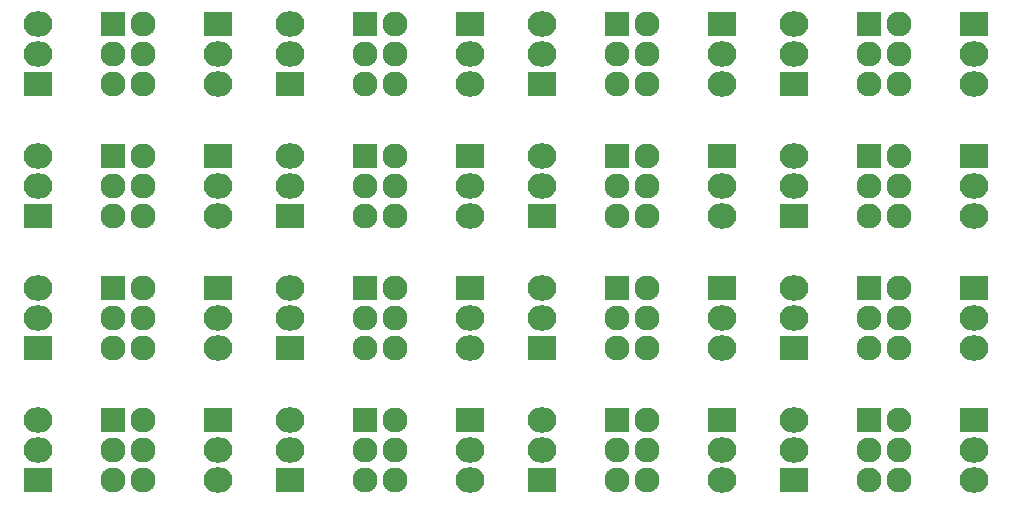
<source format=gts>
G04 #@! TF.FileFunction,Soldermask,Top*
%FSLAX46Y46*%
G04 Gerber Fmt 4.6, Leading zero omitted, Abs format (unit mm)*
G04 Created by KiCad (PCBNEW 4.0.5+dfsg1-4) date Wed Oct 11 12:15:40 2017*
%MOMM*%
%LPD*%
G01*
G04 APERTURE LIST*
%ADD10C,0.100000*%
%ADD11R,2.432000X2.127200*%
%ADD12O,2.432000X2.127200*%
%ADD13R,2.127200X2.127200*%
%ADD14O,2.127200X2.127200*%
G04 APERTURE END LIST*
D10*
D11*
X152527000Y-80518000D03*
D12*
X152527000Y-83058000D03*
X152527000Y-85598000D03*
D11*
X152527000Y-91694000D03*
D12*
X152527000Y-94234000D03*
X152527000Y-96774000D03*
D11*
X158623000Y-96774000D03*
D12*
X158623000Y-94234000D03*
X158623000Y-91694000D03*
D11*
X158623000Y-85598000D03*
D12*
X158623000Y-83058000D03*
X158623000Y-80518000D03*
D11*
X137287000Y-96774000D03*
D12*
X137287000Y-94234000D03*
X137287000Y-91694000D03*
D11*
X137287000Y-85598000D03*
D12*
X137287000Y-83058000D03*
X137287000Y-80518000D03*
D11*
X115951000Y-96774000D03*
D12*
X115951000Y-94234000D03*
X115951000Y-91694000D03*
D11*
X131191000Y-91694000D03*
D12*
X131191000Y-94234000D03*
X131191000Y-96774000D03*
D11*
X115951000Y-85598000D03*
D12*
X115951000Y-83058000D03*
X115951000Y-80518000D03*
D11*
X131191000Y-80518000D03*
D12*
X131191000Y-83058000D03*
X131191000Y-85598000D03*
D11*
X173863000Y-80518000D03*
D12*
X173863000Y-83058000D03*
X173863000Y-85598000D03*
D11*
X179959000Y-85598000D03*
D12*
X179959000Y-83058000D03*
X179959000Y-80518000D03*
D11*
X195199000Y-80518000D03*
D12*
X195199000Y-83058000D03*
X195199000Y-85598000D03*
D11*
X179959000Y-96774000D03*
D12*
X179959000Y-94234000D03*
X179959000Y-91694000D03*
D11*
X195199000Y-91694000D03*
D12*
X195199000Y-94234000D03*
X195199000Y-96774000D03*
D11*
X173863000Y-91694000D03*
D12*
X173863000Y-94234000D03*
X173863000Y-96774000D03*
D13*
X122301000Y-80518000D03*
D14*
X124841000Y-80518000D03*
X122301000Y-83058000D03*
X124841000Y-83058000D03*
X122301000Y-85598000D03*
X124841000Y-85598000D03*
D13*
X164973000Y-91694000D03*
D14*
X167513000Y-91694000D03*
X164973000Y-94234000D03*
X167513000Y-94234000D03*
X164973000Y-96774000D03*
X167513000Y-96774000D03*
D13*
X122301000Y-91694000D03*
D14*
X124841000Y-91694000D03*
X122301000Y-94234000D03*
X124841000Y-94234000D03*
X122301000Y-96774000D03*
X124841000Y-96774000D03*
D13*
X186309000Y-91694000D03*
D14*
X188849000Y-91694000D03*
X186309000Y-94234000D03*
X188849000Y-94234000D03*
X186309000Y-96774000D03*
X188849000Y-96774000D03*
D13*
X186309000Y-80518000D03*
D14*
X188849000Y-80518000D03*
X186309000Y-83058000D03*
X188849000Y-83058000D03*
X186309000Y-85598000D03*
X188849000Y-85598000D03*
D13*
X143637000Y-80518000D03*
D14*
X146177000Y-80518000D03*
X143637000Y-83058000D03*
X146177000Y-83058000D03*
X143637000Y-85598000D03*
X146177000Y-85598000D03*
D13*
X164973000Y-80518000D03*
D14*
X167513000Y-80518000D03*
X164973000Y-83058000D03*
X167513000Y-83058000D03*
X164973000Y-85598000D03*
X167513000Y-85598000D03*
D13*
X143637000Y-91694000D03*
D14*
X146177000Y-91694000D03*
X143637000Y-94234000D03*
X146177000Y-94234000D03*
X143637000Y-96774000D03*
X146177000Y-96774000D03*
D11*
X137287000Y-107950000D03*
D12*
X137287000Y-105410000D03*
X137287000Y-102870000D03*
D11*
X115951000Y-107950000D03*
D12*
X115951000Y-105410000D03*
X115951000Y-102870000D03*
D11*
X131191000Y-102870000D03*
D12*
X131191000Y-105410000D03*
X131191000Y-107950000D03*
D11*
X173863000Y-102870000D03*
D12*
X173863000Y-105410000D03*
X173863000Y-107950000D03*
D11*
X152527000Y-102870000D03*
D12*
X152527000Y-105410000D03*
X152527000Y-107950000D03*
D11*
X195199000Y-102870000D03*
D12*
X195199000Y-105410000D03*
X195199000Y-107950000D03*
D11*
X179959000Y-107950000D03*
D12*
X179959000Y-105410000D03*
X179959000Y-102870000D03*
D11*
X158623000Y-107950000D03*
D12*
X158623000Y-105410000D03*
X158623000Y-102870000D03*
D13*
X143637000Y-102870000D03*
D14*
X146177000Y-102870000D03*
X143637000Y-105410000D03*
X146177000Y-105410000D03*
X143637000Y-107950000D03*
X146177000Y-107950000D03*
D13*
X164973000Y-102870000D03*
D14*
X167513000Y-102870000D03*
X164973000Y-105410000D03*
X167513000Y-105410000D03*
X164973000Y-107950000D03*
X167513000Y-107950000D03*
D13*
X122301000Y-102870000D03*
D14*
X124841000Y-102870000D03*
X122301000Y-105410000D03*
X124841000Y-105410000D03*
X122301000Y-107950000D03*
X124841000Y-107950000D03*
D13*
X186309000Y-102870000D03*
D14*
X188849000Y-102870000D03*
X186309000Y-105410000D03*
X188849000Y-105410000D03*
X186309000Y-107950000D03*
X188849000Y-107950000D03*
D11*
X158623000Y-119126000D03*
D12*
X158623000Y-116586000D03*
X158623000Y-114046000D03*
D11*
X115951000Y-119126000D03*
D12*
X115951000Y-116586000D03*
X115951000Y-114046000D03*
D11*
X152527000Y-114046000D03*
D12*
X152527000Y-116586000D03*
X152527000Y-119126000D03*
D11*
X131191000Y-114046000D03*
D12*
X131191000Y-116586000D03*
X131191000Y-119126000D03*
D11*
X173863000Y-114046000D03*
D12*
X173863000Y-116586000D03*
X173863000Y-119126000D03*
D11*
X195199000Y-114046000D03*
D12*
X195199000Y-116586000D03*
X195199000Y-119126000D03*
D11*
X179959000Y-119126000D03*
D12*
X179959000Y-116586000D03*
X179959000Y-114046000D03*
D11*
X137287000Y-119126000D03*
D12*
X137287000Y-116586000D03*
X137287000Y-114046000D03*
D13*
X164973000Y-114046000D03*
D14*
X167513000Y-114046000D03*
X164973000Y-116586000D03*
X167513000Y-116586000D03*
X164973000Y-119126000D03*
X167513000Y-119126000D03*
D13*
X122301000Y-114046000D03*
D14*
X124841000Y-114046000D03*
X122301000Y-116586000D03*
X124841000Y-116586000D03*
X122301000Y-119126000D03*
X124841000Y-119126000D03*
D13*
X186309000Y-114046000D03*
D14*
X188849000Y-114046000D03*
X186309000Y-116586000D03*
X188849000Y-116586000D03*
X186309000Y-119126000D03*
X188849000Y-119126000D03*
D13*
X143637000Y-114046000D03*
D14*
X146177000Y-114046000D03*
X143637000Y-116586000D03*
X146177000Y-116586000D03*
X143637000Y-119126000D03*
X146177000Y-119126000D03*
M02*

</source>
